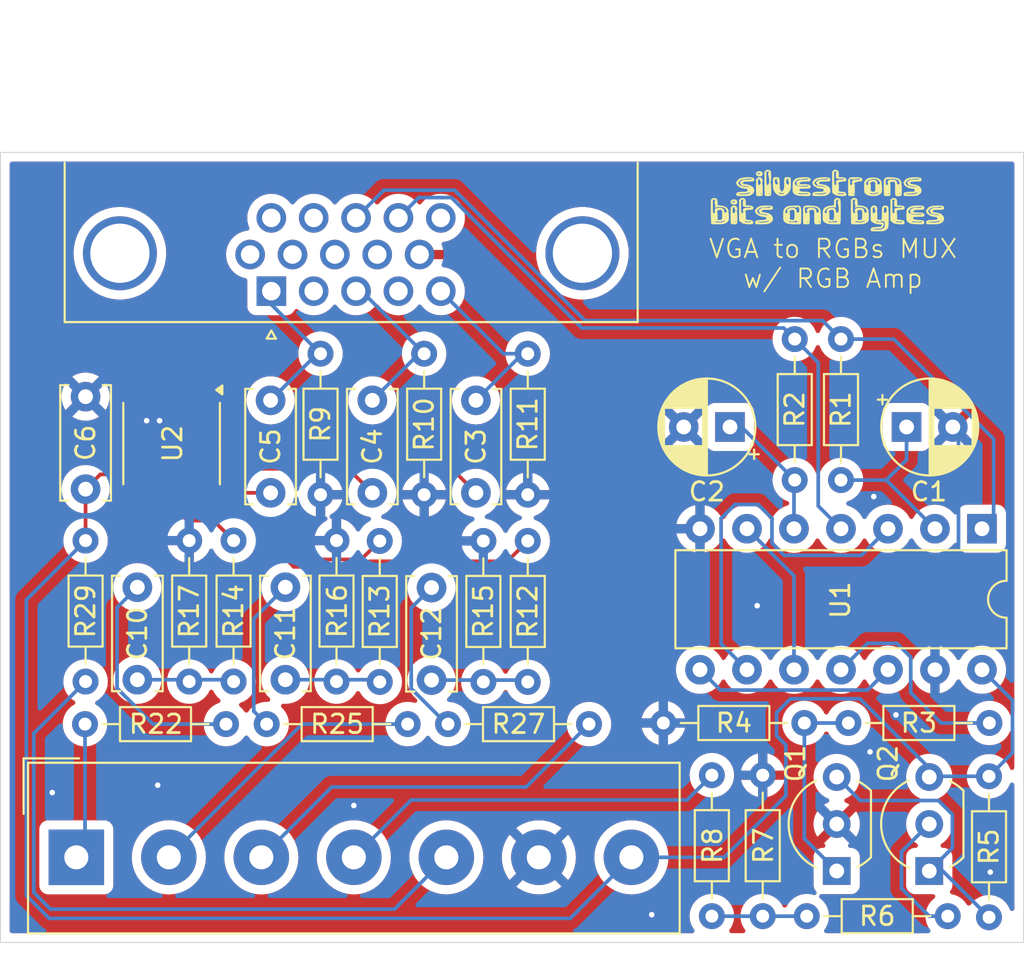
<source format=kicad_pcb>
(kicad_pcb (version 20240108) (generator "pcbnew") (generator_version "8.0")
  (layers (0 "F.Cu" signal) (31 "B.Cu" signal) (34 "B.Paste" user) (35 "F.Paste" user) (36 "B.SilkS" user "B.Silkscreen") (37 "F.SilkS" user "F.Silkscreen") (38 "B.Mask" user) (39 "F.Mask" user) (44 "Edge.Cuts" user))
  (net 0 "")
  (net 1 "GND")
  (net 2 "Net-(C1-Pad1)")
  (net 3 "Net-(C2-Pad1)")
  (net 4 "Net-(C10-Pad2)")
  (net 5 "IN R")
  (net 6 "IN G")
  (net 7 "AMP R")
  (net 8 "IN B")
  (net 9 "AMP G")
  (net 10 "5V")
  (net 11 "Net-(J1-Pin_14)")
  (net 13 "Net-(J1-Pin_13)")
  (net 21 "Net-(Q1-C)")
  (net 22 "Net-(Q1-B)")
  (net 23 "Net-(Q2-E)")
  (net 24 "Net-(R3-Pad1)")
  (net 25 "Net-(R6-Pad2)")
  (net 26 "IN S")
  (net 27 "Net-(U1-Pad10)")
  (net 28 "Net-(U1-Pad12)")
  (net 29 "Net-(U1-Pad3)")
  (net 30 "/rgb mod/OUT B")
  (net 31 "/rgb mod/OUT G")
  (net 32 "/rgb mod/OUT R")
  (net 34 "Net-(C11-Pad2)")
  (net 35 "AMP B")
  (net 36 "Net-(C12-Pad2)")
  (net 37 "/rgb mod/OUT BLK")
  (net 38 "Net-(U2-CH1_OUT)")
  (net 41 "Net-(U2-CH2_OUT)")
  (net 42 "Net-(U2-CH1_IN)")
  (net 44 "Net-(U2-CH2_IN)")
  (net 46 "Net-(U2-CH3_OUT)")
  (net 47 "Net-(U2-CH3_IN)")
  (footprint "Capacitor_THT:C_Disc_D6.0mm_W2.5mm_P5.00mm" (layer "F.Cu") (at 87.8 111.8 90)
    (property "Reference" "C10" (at 2.5 0 -90) (layer "F.SilkS"))
    (property "Value" "100n")
    (pad "1" thru_hole circle (at 0 0 90) (size 1.6 1.6) (drill 0.8) (layers "*.Cu" "*.Mask") (net 7 "AMP R"))
    (pad "2" thru_hole circle (at 5 0 90) (size 1.6 1.6) (drill 0.8) (layers "*.Cu" "*.Mask") (net 4 "Net-(C10-Pad2)"))
  )
  (footprint "Resistor_THT:R_Axial_DIN0204_L3.6mm_D1.6mm_P7.62mm_Horizontal" (layer "F.Cu") (at 104.59 114.2)
    (property "Reference" "R27" (at 3.81 0 0) (layer "F.SilkS"))
    (property "Value" "830")
    (pad "1" thru_hole circle (at 0 0) (size 1.4 1.4) (drill 0.7) (layers "*.Cu" "*.Mask") (net 36 "Net-(C12-Pad2)"))
    (pad "2" thru_hole oval (at 7.62 0) (size 1.4 1.4) (drill 0.7) (layers "*.Cu" "*.Mask") (net 30 "/rgb mod/OUT B"))
  )
  (footprint "Resistor_THT:R_Axial_DIN0204_L3.6mm_D1.6mm_P7.62mm_Horizontal" (layer "F.Cu") (at 97.7 94.18 -90)
    (property "Reference" "R9" (at 3.81 0 90) (layer "F.SilkS"))
    (property "Value" "75")
    (pad "1" thru_hole circle (at 0 0 270) (size 1.4 1.4) (drill 0.7) (layers "*.Cu" "*.Mask") (net 5 "IN R"))
    (pad "2" thru_hole oval (at 7.62 0 270) (size 1.4 1.4) (drill 0.7) (layers "*.Cu" "*.Mask") (net 1 "GND"))
  )
  (footprint "Package_TO_SOT_THT:TO-92_Inline_Wide" (layer "F.Cu") (at 130.6 122.14 90)
    (property "Reference" "Q2" (at 5.809999 -2.23 -90) (layer "F.SilkS"))
    (property "Value" "BC847")
    (pad "1" thru_hole rect (at 0 0 90) (size 1.5 1.5) (drill 0.8) (layers "*.Cu" "*.Mask") (net 21 "Net-(Q1-C)"))
    (pad "2" thru_hole circle (at 2.54 0 90) (size 1.5 1.5) (drill 0.8) (layers "*.Cu" "*.Mask") (net 23 "Net-(Q2-E)"))
    (pad "3" thru_hole circle (at 5.079999 0 90) (size 1.5 1.5) (drill 0.8) (layers "*.Cu" "*.Mask") (net 10 "5V"))
  )
  (footprint "Capacitor_THT:CP_Radial_D5.0mm_P2.50mm" (layer "F.Cu") (at 119.83 98.14 180)
    (property "Reference" "C2" (at 1.25 -3.5 180) (layer "F.SilkS"))
    (property "Value" "22uF")
    (pad "1" thru_hole rect (at 0 0 180) (size 1.6 1.6) (drill 0.8) (layers "*.Cu" "*.Mask") (net 3 "Net-(C2-Pad1)"))
    (pad "2" thru_hole circle (at 2.5 0 180) (size 1.6 1.6) (drill 0.8) (layers "*.Cu" "*.Mask") (net 1 "GND"))
  )
  (footprint "Resistor_THT:R_Axial_DIN0204_L3.6mm_D1.6mm_P7.62mm_Horizontal" (layer "F.Cu") (at 133.85 114.14 180)
    (property "Reference" "R3" (at 3.81 0 180) (layer "F.SilkS"))
    (property "Value" "1k8")
    (pad "1" thru_hole circle (at 0 0 180) (size 1.4 1.4) (drill 0.7) (layers "*.Cu" "*.Mask") (net 24 "Net-(R3-Pad1)"))
    (pad "2" thru_hole oval (at 7.62 0 180) (size 1.4 1.4) (drill 0.7) (layers "*.Cu" "*.Mask") (net 22 "Net-(Q1-B)"))
  )
  (footprint "Resistor_THT:R_Axial_DIN0204_L3.6mm_D1.6mm_P7.62mm_Horizontal" (layer "F.Cu") (at 108.9 94.18 -90)
    (property "Reference" "R11" (at 3.81 0 90) (layer "F.SilkS"))
    (property "Value" "75")
    (pad "1" thru_hole circle (at 0 0 270) (size 1.4 1.4) (drill 0.7) (layers "*.Cu" "*.Mask") (net 8 "IN B"))
    (pad "2" thru_hole oval (at 7.62 0 270) (size 1.4 1.4) (drill 0.7) (layers "*.Cu" "*.Mask") (net 1 "GND"))
  )
  (footprint "Resistor_THT:R_Axial_DIN0204_L3.6mm_D1.6mm_P7.62mm_Horizontal" (layer "F.Cu") (at 133.83 117.02 -90)
    (property "Reference" "R5" (at 3.81 0 90) (layer "F.SilkS"))
    (property "Value" "2k7")
    (pad "1" thru_hole circle (at 0 0 270) (size 1.4 1.4) (drill 0.7) (layers "*.Cu" "*.Mask") (net 10 "5V"))
    (pad "2" thru_hole oval (at 7.62 0 270) (size 1.4 1.4) (drill 0.7) (layers "*.Cu" "*.Mask") (net 21 "Net-(Q1-C)"))
  )
  (footprint "Resistor_THT:R_Axial_DIN0204_L3.6mm_D1.6mm_P7.62mm_Horizontal" (layer "F.Cu") (at 103.3 94.18 -90)
    (property "Reference" "R10" (at 3.82 0 90) (layer "F.SilkS"))
    (property "Value" "75")
    (pad "1" thru_hole circle (at 0 0 270) (size 1.4 1.4) (drill 0.7) (layers "*.Cu" "*.Mask") (net 6 "IN G"))
    (pad "2" thru_hole oval (at 7.62 0 270) (size 1.4 1.4) (drill 0.7) (layers "*.Cu" "*.Mask") (net 1 "GND"))
  )
  (footprint "Resistor_THT:R_Axial_DIN0204_L3.6mm_D1.6mm_P7.62mm_Horizontal" (layer "F.Cu") (at 123.85 114.14 180)
    (property "Reference" "R4" (at 3.81 0 180) (layer "F.SilkS"))
    (property "Value" "1k8")
    (pad "1" thru_hole circle (at 0 0 180) (size 1.4 1.4) (drill 0.7) (layers "*.Cu" "*.Mask") (net 22 "Net-(Q1-B)"))
    (pad "2" thru_hole oval (at 7.62 0 180) (size 1.4 1.4) (drill 0.7) (layers "*.Cu" "*.Mask") (net 1 "GND"))
  )
  (footprint "Resistor_THT:R_Axial_DIN0204_L3.6mm_D1.6mm_P7.62mm_Horizontal" (layer "F.Cu") (at 90.6 111.9 90)
    (property "Reference" "R17" (at 3.8 0 -90) (layer "F.SilkS"))
    (property "Value" "75")
    (pad "1" thru_hole circle (at 0 0 90) (size 1.4 1.4) (drill 0.7) (layers "*.Cu" "*.Mask") (net 7 "AMP R"))
    (pad "2" thru_hole oval (at 7.62 0 90) (size 1.4 1.4) (drill 0.7) (layers "*.Cu" "*.Mask") (net 1 "GND"))
  )
  (footprint "Capacitor_THT:C_Disc_D6.0mm_W2.5mm_P5.00mm" (layer "F.Cu") (at 85 96.5 -90)
    (property "Reference" "C6" (at 2.5 0 90) (layer "F.SilkS"))
    (property "Value" "100n")
    (pad "1" thru_hole circle (at 0 0 270) (size 1.6 1.6) (drill 0.8) (layers "*.Cu" "*.Mask") (net 1 "GND"))
    (pad "2" thru_hole circle (at 5 0 270) (size 1.6 1.6) (drill 0.8) (layers "*.Cu" "*.Mask") (net 10 "5V"))
  )
  (footprint "Resistor_THT:R_Axial_DIN0204_L3.6mm_D1.6mm_P7.62mm_Horizontal" (layer "F.Cu") (at 123.33 93.39 -90)
    (property "Reference" "R2" (at 3.81 0 90) (layer "F.SilkS"))
    (property "Value" "2k2")
    (pad "1" thru_hole circle (at 0 0 270) (size 1.4 1.4) (drill 0.7) (layers "*.Cu" "*.Mask") (net 11 "Net-(J1-Pin_14)"))
    (pad "2" thru_hole oval (at 7.62 0 270) (size 1.4 1.4) (drill 0.7) (layers "*.Cu" "*.Mask") (net 3 "Net-(C2-Pad1)"))
  )
  (footprint "Capacitor_THT:C_Disc_D6.0mm_W2.5mm_P5.00mm" (layer "F.Cu") (at 106.1 96.7 -90)
    (property "Reference" "C3" (at 2.5 0 90) (layer "F.SilkS"))
    (property "Value" "100n")
    (pad "1" thru_hole circle (at 0 0 270) (size 1.6 1.6) (drill 0.8) (layers "*.Cu" "*.Mask") (net 8 "IN B"))
    (pad "2" thru_hole circle (at 5 0 270) (size 1.6 1.6) (drill 0.8) (layers "*.Cu" "*.Mask") (net 42 "Net-(U2-CH1_IN)"))
  )
  (footprint "Package_TO_SOT_THT:TO-92_Inline_Wide" (layer "F.Cu") (at 125.6 122.14 90)
    (property "Reference" "Q1" (at 5.809999 -2.23 -90) (layer "F.SilkS"))
    (property "Value" "BC847")
    (pad "1" thru_hole rect (at 0 0 90) (size 1.5 1.5) (drill 0.8) (layers "*.Cu" "*.Mask") (net 22 "Net-(Q1-B)"))
    (pad "2" thru_hole circle (at 2.54 0 90) (size 1.5 1.5) (drill 0.8) (layers "*.Cu" "*.Mask") (net 1 "GND"))
    (pad "3" thru_hole circle (at 5.079999 0 90) (size 1.5 1.5) (drill 0.8) (layers "*.Cu" "*.Mask") (net 21 "Net-(Q1-C)"))
  )
  (footprint "Resistor_THT:R_Axial_DIN0204_L3.6mm_D1.6mm_P7.62mm_Horizontal" (layer "F.Cu") (at 106.5 111.92 90)
    (property "Reference" "R15" (at 3.82 0 -90) (layer "F.SilkS"))
    (property "Value" "75")
    (pad "1" thru_hole circle (at 0 0 90) (size 1.4 1.4) (drill 0.7) (layers "*.Cu" "*.Mask") (net 35 "AMP B"))
    (pad "2" thru_hole oval (at 7.62 0 90) (size 1.4 1.4) (drill 0.7) (layers "*.Cu" "*.Mask") (net 1 "GND"))
  )
  (footprint "Resistor_THT:R_Axial_DIN0204_L3.6mm_D1.6mm_P7.62mm_Horizontal" (layer "F.Cu") (at 108.9 111.92 90)
    (property "Reference" "R12" (at 3.81 0 -90) (layer "F.SilkS"))
    (property "Value" "75")
    (pad "1" thru_hole circle (at 0 0 90) (size 1.4 1.4) (drill 0.7) (layers "*.Cu" "*.Mask") (net 35 "AMP B"))
    (pad "2" thru_hole oval (at 7.62 0 90) (size 1.4 1.4) (drill 0.7) (layers "*.Cu" "*.Mask") (net 38 "Net-(U2-CH1_OUT)"))
  )
  (footprint "Capacitor_THT:C_Disc_D6.0mm_W2.5mm_P5.00mm" (layer "F.Cu") (at 103.7 111.82 90)
    (property "Reference" "C12" (at 2.5 0 -90) (layer "F.SilkS"))
    (property "Value" "100n")
    (pad "1" thru_hole circle (at 0 0 90) (size 1.6 1.6) (drill 0.8) (layers "*.Cu" "*.Mask") (net 35 "AMP B"))
    (pad "2" thru_hole circle (at 5 0 90) (size 1.6 1.6) (drill 0.8) (layers "*.Cu" "*.Mask") (net 36 "Net-(C12-Pad2)"))
  )
  (footprint "Resistor_THT:R_Axial_DIN0204_L3.6mm_D1.6mm_P7.62mm_Horizontal" (layer "F.Cu") (at 121.6 124.580001 90)
    (property "Reference" "R7" (at 3.81 0.04 -90) (layer "F.SilkS"))
    (property "Value" "47")
    (pad "1" thru_hole circle (at 0 0 90) (size 1.4 1.4) (drill 0.7) (layers "*.Cu" "*.Mask") (net 25 "Net-(R6-Pad2)"))
    (pad "2" thru_hole oval (at 7.62 0 90) (size 1.4 1.4) (drill 0.7) (layers "*.Cu" "*.Mask") (net 1 "GND"))
  )
  (footprint "Resistor_THT:R_Axial_DIN0204_L3.6mm_D1.6mm_P7.62mm_Horizontal" (layer "F.Cu") (at 100.9 111.92 90)
    (property "Reference" "R13" (at 3.81 0 -90) (layer "F.SilkS"))
    (property "Value" "75")
    (pad "1" thru_hole circle (at 0 0 90) (size 1.4 1.4) (drill 0.7) (layers "*.Cu" "*.Mask") (net 9 "AMP G"))
    (pad "2" thru_hole oval (at 7.62 0 90) (size 1.4 1.4) (drill 0.7) (layers "*.Cu" "*.Mask") (net 41 "Net-(U2-CH2_OUT)"))
  )
  (footprint "Resistor_THT:R_Axial_DIN0204_L3.6mm_D1.6mm_P7.62mm_Horizontal" (layer "F.Cu") (at 125.83 93.39 -90)
    (property "Reference" "R1" (at 3.81 0 90) (layer "F.SilkS"))
    (property "Value" "2k2")
    (pad "1" thru_hole circle (at 0 0 270) (size 1.4 1.4) (drill 0.7) (layers "*.Cu" "*.Mask") (net 13 "Net-(J1-Pin_13)"))
    (pad "2" thru_hole oval (at 7.62 0 270) (size 1.4 1.4) (drill 0.7) (layers "*.Cu" "*.Mask") (net 2 "Net-(C1-Pad1)"))
  )
  (footprint "Resistor_THT:R_Axial_DIN0204_L3.6mm_D1.6mm_P7.62mm_Horizontal" (layer "F.Cu") (at 131.6 124.580001 180)
    (property "Reference" "R6" (at 3.81 0 180) (layer "F.SilkS"))
    (property "Value" "47")
    (pad "1" thru_hole circle (at 0 0 180) (size 1.4 1.4) (drill 0.7) (layers "*.Cu" "*.Mask") (net 23 "Net-(Q2-E)"))
    (pad "2" thru_hole oval (at 7.62 0 180) (size 1.4 1.4) (drill 0.7) (layers "*.Cu" "*.Mask") (net 25 "Net-(R6-Pad2)"))
  )
  (footprint "Resistor_THT:R_Axial_DIN0204_L3.6mm_D1.6mm_P7.62mm_Horizontal" (layer "F.Cu") (at 93 104.28 -90)
    (property "Reference" "R14" (at 3.81 0 90) (layer "F.SilkS"))
    (property "Value" "75")
    (pad "1" thru_hole circle (at 0 0 270) (size 1.4 1.4) (drill 0.7) (layers "*.Cu" "*.Mask") (net 46 "Net-(U2-CH3_OUT)"))
    (pad "2" thru_hole oval (at 7.62 0 270) (size 1.4 1.4) (drill 0.7) (layers "*.Cu" "*.Mask") (net 7 "AMP R"))
  )
  (footprint "Resistor_THT:R_Axial_DIN0204_L3.6mm_D1.6mm_P7.62mm_Horizontal" (layer "F.Cu") (at 94.79 114.2)
    (property "Reference" "R25" (at 3.81 0 0) (layer "F.SilkS"))
    (property "Value" "830")
    (pad "1" thru_hole circle (at 0 0) (size 1.4 1.4) (drill 0.7) (layers "*.Cu" "*.Mask") (net 34 "Net-(C11-Pad2)"))
    (pad "2" thru_hole oval (at 7.62 0) (size 1.4 1.4) (drill 0.7) (layers "*.Cu" "*.Mask") (net 31 "/rgb mod/OUT G"))
  )
  (footprint "KiCad Components:sbab-text-logo-tiny" (layer "F.Cu") (at 124.846 86.014897)
    (property "Reference" "G***" (hide yes))
    (property "Value" "LOGO" (hide yes))
  )
  (footprint "Connector_Dsub:DSUB-15-HD_Female_Horizontal_P2.29x1.98mm_EdgePinOffset3.03mm_Housed_MountingHolesOffset4.94mm" (layer "F.Cu") (at 95.04 90.8 180)
    (property "Reference" "J1" (hide yes))
    (property "Value" "VGA")
    (pad "0" thru_hole circle (at -16.815 2.049999 180) (size 4 4) (drill 3.2) (layers "*.Cu" "*.Mask"))
    (pad "0" thru_hole circle (at 8.185 2.05 180) (size 4 4) (drill 3.2) (layers "*.Cu" "*.Mask"))
    (pad "1" thru_hole rect (at 0 0 180) (size 1.6 1.6) (drill 1) (layers "*.Cu" "*.Mask") (net 5 "IN R"))
    (pad "2" thru_hole circle (at -2.290001 0 180) (size 1.6 1.6) (drill 1) (layers "*.Cu" "*.Mask"))
    (pad "3" thru_hole circle (at -4.58 0 180) (size 1.6 1.6) (drill 1) (layers "*.Cu" "*.Mask") (net 6 "IN G"))
    (pad "4" thru_hole circle (at -6.870001 0 180) (size 1.6 1.6) (drill 1) (layers "*.Cu" "*.Mask"))
    (pad "5" thru_hole circle (at -9.16 0 180) (size 1.6 1.6) (drill 1) (layers "*.Cu" "*.Mask") (net 8 "IN B"))
    (pad "6" thru_hole circle (at 1.145 1.98 180) (size 1.6 1.6) (drill 1) (layers "*.Cu" "*.Mask"))
    (pad "7" thru_hole circle (at -1.145 1.98 180) (size 1.6 1.6) (drill 1) (layers "*.Cu" "*.Mask"))
    (pad "8" thru_hole circle (at -3.435 1.98 180) (size 1.6 1.6) (drill 1) (layers "*.Cu" "*.Mask"))
    (pad "9" thru_hole circle (at -5.725 1.98 180) (size 1.6 1.6) (drill 1) (layers "*.Cu" "*.Mask"))
    (pad "10" thru_hole circle (at -8.015 1.98 180) (size 1.6 1.6) (drill 1) (layers "*.Cu" "*.Mask") (net 1 "GND"))
    (pad "11" thru_hole circle (at 0 3.96 180) (size 1.6 1.6) (drill 1) (layers "*.Cu" "*.Mask"))
    (pad "12" thru_hole circle (at -2.29 3.96 180) (size 1.6 1.6) (drill 1) (layers "*.Cu" "*.Mask"))
    (pad "13" thru_hole circle (at -4.58 3.96 180) (size 1.6 1.6) (drill 1) (layers "*.Cu" "*.Mask") (net 13 "Net-(J1-Pin_13)"))
    (pad "14" thru_hole circle (at -6.87 3.96 180) (size 1.6 1.6) (drill 1) (layers "*.Cu" "*.Mask") (net 11 "Net-(J1-Pin_14)"))
    (pad "15" thru_hole circle (at -9.16 3.96 180) (size 1.6 1.6) (drill 1) (layers "*.Cu" "*.Mask"))
  )
  (footprint "Resistor_THT:R_Axial_DIN0204_L3.6mm_D1.6mm_P7.62mm_Horizontal" (layer "F.Cu") (at 92.59 114.2 180)
    (property "Reference" "R22" (at 3.79 0 180) (layer "F.SilkS"))
    (property "Value" "830")
    (pad "1" thru_hole circle (at 0 0 180) (size 1.4 1.4) (drill 0.7) (layers "*.Cu" "*.Mask") (net 4 "Net-(C10-Pad2)"))
    (pad "2" thru_hole oval (at 7.62 0 180) (size 1.4 1.4) (drill 0.7) (layers "*.Cu" "*.Mask") (net 32 "/rgb mod/OUT R"))
  )
  (footprint "Resistor_THT:R_Axial_DIN0204_L3.6mm_D1.6mm_P7.62mm_Horizontal" (layer "F.Cu") (at 118.85 116.960001 -90)
    (property "Reference" "R8" (at 3.81 -0.04 90) (layer "F.SilkS"))
    (property "Value" "47")
    (pad "1" thru_hole circle (at 0 0 270) (size 1.4 1.4) (drill 0.7) (layers "*.Cu" "*.Mask") (net 26 "IN S"))
    (pad "2" thru_hole oval (at 7.62 0 270) (size 1.4 1.4) (drill 0.7) (layers "*.Cu" "*.Mask") (net 25 "Net-(R6-Pad2)"))
  )
  (footprint "Capacitor_THT:C_Disc_D6.0mm_W2.5mm_P5.00mm" (layer "F.Cu") (at 95 96.7 -90)
    (property "Reference" "C5" (at 2.5 0 90) (layer "F.SilkS"))
    (property "Value" "100n")
    (pad "1" thru_hole circle (at 0 0 270) (size 1.6 1.6) (drill 0.8) (layers "*.Cu" "*.Mask") (net 5 "IN R"))
    (pad "2" thru_hole circle (at 5 0 270) (size 1.6 1.6) (drill 0.8) (layers "*.Cu" "*.Mask") (net 47 "Net-(U2-CH3_IN)"))
  )
  (footprint "Resistor_THT:R_Axial_DIN0204_L3.6mm_D1.6mm_P7.62mm_Horizontal" (layer "F.Cu") (at 85 104.28 -90)
    (property "Reference" "R29" (at 3.82 0 90) (layer "F.SilkS"))
    (property "Value" "1k0")
    (pad "1" thru_hole circle (at 0 0 270) (size 1.4 1.4) (drill 0.7) (layers "*.Cu" "*.Mask") (net 10 "5V"))
    (pad "2" thru_hole oval (at 7.62 0 270) (size 1.4 1.4) (drill 0.7) (layers "*.Cu" "*.Mask") (net 37 "/rgb mod/OUT BLK"))
  )
  (footprint "Package_DIP:DIP-14_W7.62mm" (layer "F.Cu") (at 133.45 103.64 -90)
    (property "Reference" "U1" (at 3.86 7.65 90) (layer "F.SilkS"))
    (property "Value" "74LS86")
    (pad "1" thru_hole rect (at 0 0 270) (size 1.6 1.6) (drill 0.8) (layers "*.Cu" "*.Mask") (net 13 "Net-(J1-Pin_13)"))
    (pad "2" thru_hole oval (at 0 2.54 270) (size 1.6 1.6) (drill 0.8) (layers "*.Cu" "*.Mask") (net 2 "Net-(C1-Pad1)"))
    (pad "3" thru_hole oval (at 0 5.079999 270) (size 1.6 1.6) (drill 0.8) (layers "*.Cu" "*.Mask") (net 29 "Net-(U1-Pad3)"))
    (pad "4" thru_hole oval (at 0 7.62 270) (size 1.6 1.6) (drill 0.8) (layers "*.Cu" "*.Mask") (net 11 "Net-(J1-Pin_14)"))
    (pad "5" thru_hole oval (at 0 10.16 270) (size 1.6 1.6) (drill 0.8) (layers "*.Cu" "*.Mask") (net 3 "Net-(C2-Pad1)"))
    (pad "6" thru_hole oval (at 0 12.7 270) (size 1.6 1.6) (drill 0.8) (layers "*.Cu" "*.Mask") (net 27 "Net-(U1-Pad10)"))
    (pad "7" thru_hole oval (at 0 15.24 270) (size 1.6 1.6) (drill 0.8) (layers "*.Cu" "*.Mask") (net 1 "GND"))
    (pad "8" thru_hole oval (at 7.62 15.24 270) (size 1.6 1.6) (drill 0.8) (layers "*.Cu" "*.Mask") (net 28 "Net-(U1-Pad12)"))
    (pad "9" thru_hole oval (at 7.62 12.7 270) (size 1.6 1.6) (drill 0.8) (layers "*.Cu" "*.Mask") (net 29 "Net-(U1-Pad3)"))
    (pad "10" thru_hole oval (at 7.62 10.16 270) (size 1.6 1.6) (drill 0.8) (layers "*.Cu" "*.Mask") (net 27 "Net-(U1-Pad10)"))
    (pad "11" thru_hole oval (at 7.62 7.62 270) (size 1.6 1.6) (drill 0.8) (layers "*.Cu" "*.Mask") (net 24 "Net-(R3-Pad1)"))
    (pad "12" thru_hole oval (at 7.62 5.08 270) (size 1.6 1.6) (drill 0.8) (layers "*.Cu" "*.Mask") (net 28 "Net-(U1-Pad12)"))
    (pad "13" thru_hole oval (at 7.62 2.54 270) (size 1.6 1.6) (drill 0.8) (layers "*.Cu" "*.Mask") (net 1 "GND"))
    (pad "14" thru_hole oval (at 7.62 0 270) (size 1.6 1.6) (drill 0.8) (layers "*.Cu" "*.Mask") (net 10 "5V"))
  )
  (footprint "Package_SO:TSSOP-14_4.4x5mm_P0.65mm" (layer "F.Cu") (at 89.65 99.0375 -90)
    (property "Reference" "U2" (at 0 -0.05 90) (layer "F.SilkS"))
    (property "Value" "THS7375")
    (pad "1" smd roundrect (at -2.8625 -1.95 270) (size 1.475 0.4) (layers "F.Cu" "F.Paste" "F.Mask") (net 42 "Net-(U2-CH1_IN)"))
    (pad "2" smd roundrect (at -2.8625 -1.3 270) (size 1.475 0.4) (layers "F.Cu" "F.Paste" "F.Mask") (net 44 "Net-(U2-CH2_IN)"))
    (pad "3" smd roundrect (at -2.8625 -0.65 270) (size 1.475 0.4) (layers "F.Cu" "F.Paste" "F.Mask") (net 47 "Net-(U2-CH3_IN)"))
    (pad "4" smd roundrect (at -2.8625 0 270) (size 1.475 0.4) (layers "F.Cu" "F.Paste" "F.Mask"))
    (pad "5" smd roundrect (at -2.8625 0.65 270) (size 1.475 0.4) (layers "F.Cu" "F.Paste" "F.Mask") (net 1 "GND"))
    (pad "6" smd roundrect (at -2.8625 1.3 270) (size 1.475 0.4) (layers "F.Cu" "F.Paste" "F.Mask") (net 1 "GND"))
    (pad "7" smd roundrect (at -2.8625 1.95 270) (size 1.475 0.4) (layers "F.Cu" "F.Paste" "F.Mask"))
    (pad "8" smd roundrect (at 2.8625 1.95 270) (size 1.475 0.4) (layers "F.Cu" "F.Paste" "F.Mask"))
    (pad "9" smd roundrect (at 2.8625 1.3 270) (size 1.475 0.4) (layers "F.Cu" "F.Paste" "F.Mask") (net 10 "5V"))
    (pad "10" smd roundrect (at 2.8625 0.65 270) (size 1.475 0.4) (layers "F.Cu" "F.Paste" "F.Mask") (net 10 "5V"))
    (pad "11" smd roundrect (at 2.8625 0 270) (size 1.475 0.4) (layers "F.Cu" "F.Paste" "F.Mask"))
    (pad "12" smd roundrect (at 2.8625 -0.65 270) (size 1.475 0.4) (layers "F.Cu" "F.Paste" "F.Mask") (net 46 "Net-(U2-CH3_OUT)"))
    (pad "13" smd roundrect (at 2.8625 -1.3 270) (size 1.475 0.4) (layers "F.Cu" "F.Paste" "F.Mask") (net 41 "Net-(U2-CH2_OUT)"))
    (pad "14" smd roundrect (at 2.8625 -1.95 270) (size 1.475 0.4) (layers "F.Cu" "F.Paste" "F.Mask") (net 38 "Net-(U2-CH1_OUT)"))
  )
  (footprint "TerminalBlock_Altech:Altech_AK100_1x07_P5.00mm" (layer "F.Cu") (at 84.5 121.4)
    (property "Reference" "J6" (hide yes))
    (property "Value" "Term")
    (pad "1" thru_hole rect (at 0 0) (size 3 3) (drill 1.3) (layers "*.Cu" "*.Mask") (net 32 "/rgb mod/OUT R"))
    (pad "2" thru_hole circle (at 5 0) (size 3 3) (drill 1.3) (layers "*.Cu" "*.Mask") (net 31 "/rgb mod/OUT G"))
    (pad "3" thru_hole circle (at 10 0) (size 3 3) (drill 1.3) (layers "*.Cu" "*.Mask") (net 30 "/rgb mod/OUT B"))
    (pad "4" thru_hole circle (at 15 0) (size 3 3) (drill 1.3) (layers "*.Cu" "*.Mask") (net 26 "IN S"))
    (pad "5" thru_hole circle (at 20 0) (size 3 3) (drill 1.3) (layers "*.Cu" "*.Mask") (net 37 "/rgb mod/OUT BLK"))
    (pad "6" thru_hole circle (at 25 0) (size 3 3) (drill 1.3) (layers "*.Cu" "*.Mask") (net 1 "GND"))
    (pad "7" thru_hole circle (at 30 0) (size 3 3) (drill 1.3) (layers "*.Cu" "*.Mask") (net 10 "5V"))
  )
  (footprint "Capacitor_THT:C_Disc_D6.0mm_W2.5mm_P5.00mm" (layer "F.Cu") (at 95.8 111.8 90)
    (property "Reference" "C11" (at 2.5 0 -90) (layer "F.SilkS"))
    (property "Value" "100n")
    (pad "1" thru_hole circle (at 0 0 90) (size 1.6 1.6) (drill 0.8) (layers "*.Cu" "*.Mask") (net 9 "AMP G"))
    (pad "2" thru_hole circle (at 5 0 90) (size 1.6 1.6) (drill 0.8) (layers "*.Cu" "*.Mask") (net 34 "Net-(C11-Pad2)"))
  )
  (footprint "Resistor_THT:R_Axial_DIN0204_L3.6mm_D1.6mm_P7.62mm_Horizontal" (layer "F.Cu") (at 98.5625 111.9 90)
    (property "Reference" "R16" (at 3.81 0.0375 -90) (layer "F.SilkS"))
    (property "Value" "75")
    (pad "1" thru_hole circle (at 0 0 90) (size 1.4 1.4) (drill 0.7) (layers "*.Cu" "*.Mask") (net 9 "AMP G"))
    (pad "2" thru_hole oval (at 7.62 0 90) (size 1.4 1.4) (drill 0.7) (layers "*.Cu" "*.Mask") (net 1 "GND"))
  )
  (footprint "Capacitor_THT:CP_Radial_D5.0mm_P2.50mm" (layer "F.Cu") (at 129.374887 98.14)
    (property "Reference" "C1" (at 1.205113 3.5 0) (layer "F.SilkS"))
    (property "Value" "22uF")
    (pad "1" thru_hole rect (at 0 0) (size 1.6 1.6) (drill 0.8) (layers "*.Cu" "*.Mask") (net 2 "Net-(C1-Pad1)"))
    (pad "2" thru_hole circle (at 2.5 0) (size 1.6 1.6) (drill 0.8) (layers "*.Cu" "*.Mask") (net 1 "GND"))
  )
  (footprint "Capacitor_THT:C_Disc_D6.0mm_W2.5mm_P5.00mm" (layer "F.Cu") (at 100.5 96.7 -90)
    (property "Reference" "C4" (at 2.5 0 90) (layer "F.SilkS"))
    (property "Value" "100n")
    (pad "1" thru_hole circle (at 0 0 270) (size 1.6 1.6) (drill 0.8) (layers "*.Cu" "*.Mask") (net 6 "IN G"))
    (pad "2" thru_hole circle (at 5 0 270) (size 1.6 1.6) (drill 0.8) (layers "*.Cu" "*.Mask") (net 44 "Net-(U2-CH2_IN)"))
  )
  (gr_rect (start 80.4 83.3) (end 135.7 126) (stroke (width 0.05)) (fill none) (layer "Edge.Cuts"))
  (gr_text "VGA to RGBs MUX\nw/ RGB Amp" (at 125.4 90.7 0) (layer "F.SilkS") (effects (font (size 1 1) (thickness 0.1)) (justify bottom)))
  (segment (start 89 97.8) (end 89 97.4) (width 0.2) (layer "F.Cu") (net 1))
  (segment (start 103.055 88.82) (end 108.01 88.82) (width 0.5) (layer "F.Cu") (net 1))
  (segment (start 89 96.175) (end 89 96.5) (width 0.2) (layer "F.Cu") (net 1))
  (segment (start 88.3 97.8) (end 88.35 97.85) (width 0.2) (layer "F.Cu") (net 1))
  (segment (start 89 96.5) (end 89 97.8) (width 0.2) (layer "F.Cu") (net 1))
  (segment (start 88.35 96.175) (end 88.3 97.8) (width 0.2) (layer "F.Cu") (net 1))
  (segment (start 89 96.175) (end 89 94.8) (width 0.2) (layer "F.Cu") (net 1))
  (segment (start 108.01 88.82) (end 117.33 98.14) (width 0.5) (layer "F.Cu") (net 1))
  (segment (start 88.35 97.85) (end 88.1 98.1) (width 0.2) (layer "F.Cu") (net 1))
  (segment (start 88.35 96.175) (end 88.35 94.65) (width 0.2) (layer "F.Cu") (net 1))
  (segment (start 88.35 94.65) (end 88.3 94.6) (width 0.2) (layer "F.Cu") (net 1))
  (via (at 115.6 124.5) (size 0.6) (drill 0.3) (layers "F.Cu" "B.Cu") (net 1))
  (via (at 89 97.8) (size 0.6) (drill 0.3) (layers "F.Cu" "B.Cu") (net 1))
  (via (at 88.9 117.5) (size 0.6) (drill 0.3) (layers "F.Cu" "B.Cu") (net 1))
  (via (at 127.4 115.7) (size 0.6) (drill 0.3) (layers "F.Cu" "B.Cu") (net 1))
  (via (at 133.9 122.2) (size 0.6) (drill 0.3) (layers "F.Cu" "B.Cu") (net 1))
  (via (at 127.6 101.9) (size 0.6) (drill 0.3) (layers "F.Cu" "B.Cu") (net 1))
  (via (at 83.2 117.9) (size 0.6) (drill 0.3) (layers "F.Cu" "B.Cu") (net 1))
  (via (at 121.3 107.8) (size 0.6) (drill 0.3) (layers "F.Cu" "B.Cu") (net 1))
  (via (at 128.8 113.7) (size 0.6) (drill 0.3) (layers "F.Cu" "B.Cu") (net 1))
  (via (at 88.3 97.8) (size 0.6) (drill 0.3) (layers "F.Cu" "B.Cu") (net 1))
  (via (at 99.5 118.6) (size 0.6) (drill 0.3) (layers "F.Cu" "B.Cu") (net 1))
  (segment (start 116.530001 97.340001) (end 117.33 98.14) (width 0.2) (layer "B.Cu") (net 1))
  (segment (start 132.179999 108.290001) (end 132.179999 98.445112) (width 0.2) (layer "B.Cu") (net 1))
  (segment (start 130.91 109.56) (end 132.179999 108.290001) (width 0.2) (layer "B.Cu") (net 1))
  (segment (start 132.179999 98.445112) (end 131.874887 98.14) (width 0.2) (layer "B.Cu") (net 1))
  (segment (start 130.91 111.26) (end 130.91 109.56) (width 0.2) (layer "B.Cu") (net 1))
  (segment (start 129.374887 99.915113) (end 128.28 101.01) (width 0.2) (layer "B.Cu") (net 2))
  (segment (start 128.28 101.01) (end 130.91 103.64) (width 0.2) (layer "B.Cu") (net 2))
  (segment (start 129.374887 98.14) (end 129.374887 99.915113) (width 0.2) (layer "B.Cu") (net 2))
  (segment (start 125.83 101.01) (end 128.28 101.01) (width 0.2) (layer "B.Cu") (net 2))
  (segment (start 123.33 101.01) (end 123.29 101.05) (width 0.2) (layer "B.Cu") (net 3))
  (segment (start 123.29 101.05) (end 123.29 103.64) (width 0.2) (layer "B.Cu") (net 3))
  (segment (start 119.83 98.14) (end 120.46 98.14) (width 0.2) (layer "B.Cu") (net 3))
  (segment (start 120.46 98.14) (end 123.33 101.01) (width 0.2) (layer "B.Cu") (net 3))
  (segment (start 88.644365 114.2) (end 86.7 112.255635) (width 0.2) (layer "B.Cu") (net 4))
  (segment (start 86.7 112.255635) (end 86.7 107.9) (width 0.2) (layer "B.Cu") (net 4))
  (segment (start 86.7 107.9) (end 87.8 106.8) (width 0.2) (layer "B.Cu") (net 4))
  (segment (start 92.59 114.2) (end 88.644365 114.2) (width 0.2) (layer "B.Cu") (net 4))
  (segment (start 97.7 94.18) (end 95.04 91.52) (width 0.2) (layer "B.Cu") (net 5))
  (segment (start 95 96.7) (end 97.52 94.18) (width 0.2) (layer "B.Cu") (net 5))
  (segment (start 97.52 94.18) (end 97.7 94.18) (width 0.2) (layer "B.Cu") (net 5))
  (segment (start 95.04 91.52) (end 95.04 90.8) (width 0.2) (layer "B.Cu") (net 5))
  (segment (start 103.02 94.18) (end 103.3 94.18) (width 0.2) (layer "B.Cu") (net 6))
  (segment (start 103.3 94.18) (end 99.92 90.8) (width 0.2) (layer "B.Cu") (net 6))
  (segment (start 99.92 90.8) (end 99.62 90.8) (width 0.2) (layer "B.Cu") (net 6))
  (segment (start 100.5 96.7) (end 103.02 94.18) (width 0.2) (layer "B.Cu") (net 6))
  (segment (start 92.9 111.8) (end 93 111.9) (width 0.2) (layer "B.Cu") (net 7))
  (segment (start 87.8 111.8) (end 92.9 111.8) (width 0.2) (layer "B.Cu") (net 7))
  (segment (start 108.9 94.18) (end 107.58 94.18) (width 0.2) (layer "B.Cu") (net 8))
  (segment (start 108.62 94.18) (end 108.9 94.18) (width 0.2) (layer "B.Cu") (net 8))
  (segment (start 107.58 94.18) (end 104.2 90.8) (width 0.2) (layer "B.Cu") (net 8))
  (segment (start 106.1 96.7) (end 108.62 94.18) (width 0.2) (layer "B.Cu") (net 8))
  (segment (start 100.78 111.8) (end 100.9 111.92) (width 0.2) (layer "B.Cu") (net 9))
  (segment (start 95.8 111.8) (end 100.78 111.8) (width 0.2) (layer "B.Cu") (net 9))
  (segment (start 88.9 100.7) (end 89 100.8) (width 0.2) (layer "F.Cu") (net 10))
  (segment (start 89 100.8) (end 89 101.9) (width 0.2) (layer "F.Cu") (net 10))
  (segment (start 85 101.5) (end 85.799999 100.700001) (width 0.2) (layer "F.Cu") (net 10))
  (segment (start 88.35 101.9) (end 88.35 100.85) (width 0.2) (layer "F.Cu") (net 10))
  (segment (start 88.35 101.9) (end 88.35 100.75) (width 0.2) (layer "F.Cu") (net 10))
  (segment (start 88.35 100.75) (end 88.4 100.7) (width 0.2) (layer "F.Cu") (net 10))
  (segment (start 85.799999 100.700001) (end 88.9 100.7) (width 0.2) (layer "F.Cu") (net 10))
  (segment (start 85 104.28) (end 85 101.5) (width 0.2) (layer "F.Cu") (net 10))
  (segment (start 81.8 107.48) (end 85 104.28) (width 0.2) (layer "B.Cu") (net 10))
  (segment (start 122.35 113.580001) (end 122.35 114.830001) (width 0.2) (layer "B.Cu") (net 10))
  (segment (start 123.1 112.830001) (end 122.35 113.580001) (width 0.2) (layer "B.Cu") (net 10))
  (segment (start 119.520306 121.4) (end 114.5 121.4) (width 0.2) (layer "B.Cu") (net 10))
  (segment (start 114.5 121.4) (end 111.2 124.7) (width 0.2) (layer "B.Cu") (net 10))
  (segment (start 130.6 117.060001) (end 130.6 116.575001) (width 0.2) (layer "B.Cu") (net 10))
  (segment (start 111.2 124.7) (end 83.034315 124.7) (width 0.2) (layer "B.Cu") (net 10))
  (segment (start 81.8 123.465685) (end 81.8 107.48) (width 0.2) (layer "B.Cu") (net 10))
  (segment (start 130.6 116.575001) (end 126.855 112.830001) (width 0.2) (layer "B.Cu") (net 10))
  (segment (start 130.83 117.060001) (end 130.870001 117.02) (width 0.2) (layer "B.Cu") (net 10))
  (segment (start 126.855 112.830001) (end 123.1 112.830001) (width 0.2) (layer "B.Cu") (net 10))
  (segment (start 135.1 115.75) (end 135.1 112.91) (width 0.2) (layer "B.Cu") (net 10))
  (segment (start 130.870001 117.02) (end 133.83 117.02) (width 0.2) (layer "B.Cu") (net 10))
  (segment (start 122.35 114.830001) (end 122.85 115.330001) (width 0.2) (layer "B.Cu") (net 10))
  (segment (start 133.83 117.02) (end 135.1 115.75) (width 0.2) (layer "B.Cu") (net 10))
  (segment (start 135.1 112.91) (end 133.45 111.26) (width 0.2) (layer "B.Cu") (net 10))
  (segment (start 130.6 117.060001) (end 130.83 117.060001) (width 0.2) (layer "B.Cu") (net 10))
  (segment (start 122.85 115.330001) (end 122.85 118.070306) (width 0.2) (layer "B.Cu") (net 10))
  (segment (start 122.85 118.070306) (end 119.520306 121.4) (width 0.2) (layer "B.Cu") (net 10))
  (segment (start 83.034315 124.7) (end 81.8 123.465685) (width 0.2) (layer "B.Cu") (net 10))
  (segment (start 111.824314 92.79) (end 122.73 92.79) (width 0.2) (layer "B.Cu") (net 11))
  (segment (start 101.91 86.84) (end 103.01 85.74) (width 0.2) (layer "B.Cu") (net 11))
  (segment (start 122.73 92.79) (end 123.33 93.39) (width 0.2) (layer "B.Cu") (net 11))
  (segment (start 124.6 102.41) (end 125.83 103.64) (width 0.2) (layer "B.Cu") (net 11))
  (segment (start 104.774314 85.74) (end 111.824314 92.79) (width 0.2) (layer "B.Cu") (net 11))
  (segment (start 124.6 94.66) (end 124.6 102.41) (width 0.2) (layer "B.Cu") (net 11))
  (segment (start 123.33 93.39) (end 124.6 94.66) (width 0.2) (layer "B.Cu") (net 11))
  (segment (start 103.01 85.74) (end 104.774314 85.74) (width 0.2) (layer "B.Cu") (net 11))
  (segment (start 128.680522 93.39) (end 134.08 98.789478) (width 0.2) (layer "B.Cu") (net 13))
  (segment (start 134.08 103.01) (end 133.45 103.64) (width 0.2) (layer "B.Cu") (net 13))
  (segment (start 111.99 92.39) (end 124.83 92.39) (width 0.2) (layer "B.Cu") (net 13))
  (segment (start 134.08 98.789478) (end 134.08 103.01) (width 0.2) (layer "B.Cu") (net 13))
  (segment (start 101.12 85.34) (end 104.94 85.34) (width 0.2) (layer "B.Cu") (net 13))
  (segment (start 99.62 86.84) (end 101.12 85.34) (width 0.2) (layer "B.Cu") (net 13))
  (segment (start 124.83 92.39) (end 125.83 93.39) (width 0.2) (layer "B.Cu") (net 13))
  (segment (start 104.94 85.34) (end 111.99 92.39) (width 0.2) (layer "B.Cu") (net 13))
  (segment (start 125.83 93.39) (end 128.680522 93.39) (width 0.2) (layer "B.Cu") (net 13))
  (segment (start 131.1 118.330001) (end 126.87 118.330001) (width 0.2) (layer "B.Cu") (net 21))
  (segment (start 131.85 119.080001) (end 131.1 118.330001) (width 0.2) (layer "B.Cu") (net 21))
  (segment (start 130.6 122.14) (end 131.85 120.89) (width 0.2) (layer "B.Cu") (net 21))
  (segment (start 133.83 124.64) (end 131.33 122.14) (width 0.2) (layer "B.Cu") (net 21))
  (segment (start 126.87 118.330001) (end 125.6 117.060001) (width 0.2) (layer "B.Cu") (net 21))
  (segment (start 131.85 120.89) (end 131.85 119.080001) (width 0.2) (layer "B.Cu") (net 21))
  (segment (start 131.33 122.14) (end 130.6 122.14) (width 0.2) (layer "B.Cu") (net 21))
  (segment (start 123.85 114.14) (end 123.85 120.39) (width 0.2) (layer "B.Cu") (net 22))
  (segment (start 123.85 114.14) (end 126.23 114.14) (width 0.2) (layer "B.Cu") (net 22))
  (segment (start 123.85 120.39) (end 125.6 122.14) (width 0.2) (layer "B.Cu") (net 22))
  (segment (start 130.6 119.6) (end 129.1 121.1) (width 0.2) (layer "B.Cu") (net 23))
  (segment (start 130.6 124.580001) (end 131.6 124.580001) (width 0.2) (layer "B.Cu") (net 23))
  (segment (start 129.1 121.1) (end 129.1 123.080001) (width 0.2) (layer "B.Cu") (net 23))
  (segment (start 129.1 123.080001) (end 130.6 124.580001) (width 0.2) (layer "B.Cu") (net 23))
  (segment (start 129.6 110.580001) (end 128.85 109.830001) (width 0.2) (layer "B.Cu") (net 24))
  (segment (start 128.85 109.830001) (end 127.259999 109.830001) (width 0.2) (layer "B.Cu") (net 24))
  (segment (start 131.24 114.14) (end 129.6 112.5) (width 0.2) (layer "B.Cu") (net 24))
  (segment (start 127.259999 109.830001) (end 125.83 111.26) (width 0.2) (layer "B.Cu") (net 24))
  (segment (start 133.85 114.14) (end 131.24 114.14) (width 0.2) (layer "B.Cu") (net 24))
  (segment (start 129.6 112.5) (end 129.6 110.580001) (width 0.2) (layer "B.Cu") (net 24))
  (segment (start 123.98 124.580001) (end 118.85 124.580001) (width 0.2) (layer "B.Cu") (net 25))
  (segment (start 102.6 118.3) (end 117.510001 118.3) (width 0.2) (layer "B.Cu") (net 26))
  (segment (start 117.510001 118.3) (end 118.85 116.960001) (width 0.2) (layer "B.Cu") (net 26))
  (segment (start 99.5 121.4) (end 102.6 118.3) (width 0.2) (layer "B.Cu") (net 26))
  (segment (start 120.75 103.64) (end 123.29 106.18) (width 0.2) (layer "B.Cu") (net 27))
  (segment (start 123.29 106.18) (end 123.29 111.26) (width 0.2) (layer "B.Cu") (net 27))
  (segment (start 119.31 112.36) (end 127.27 112.36) (width 0.2) (layer "B.Cu") (net 28))
  (segment (start 127.27 112.36) (end 128.37 111.26) (width 0.2) (layer "B.Cu") (net 28))
  (segment (start 118.21 111.26) (end 119.31 112.36) (width 0.2) (layer "B.Cu") (net 28))
  (segment (start 119.35 109.86) (end 120.75 111.26) (width 0.2) (layer "B.Cu") (net 29))
  (segment (start 123.35 105.080001) (end 122.762183 105.080001) (width 0.2) (layer "B.Cu") (net 29))
  (segment (start 128.370001 103.64) (end 126.93 105.080001) (width 0.2) (layer "B.Cu") (net 29))
  (segment (start 122.1 104.417818) (end 122.1 103.080001) (width 0.2) (layer "B.Cu") (net 29))
  (segment (start 119.35 103.080001) (end 119.35 109.86) (width 0.2) (layer "B.Cu") (net 29))
  (segment (start 126.93 105.080001) (end 123.35 105.080001) (width 0.2) (layer "B.Cu") (net 29))
  (segment (start 122.1 103.080001) (end 121.35 102.330001) (width 0.2) (layer "B.Cu") (net 29))
  (segment (start 121.35 102.330001) (end 120.1 102.330001) (width 0.2) (layer "B.Cu") (net 29))
  (segment (start 120.1 102.330001) (end 119.35 103.080001) (width 0.2) (layer "B.Cu") (net 29))
  (segment (start 122.762183 105.080001) (end 122.1 104.417818) (width 0.2) (layer "B.Cu") (net 29))
  (segment (start 108.81 117.6) (end 112.21 114.2) (width 0.2) (layer "B.Cu") (net 30))
  (segment (start 94.5 121.4) (end 98.3 117.6) (width 0.2) (layer "B.Cu") (net 30))
  (segment (start 98.3 117.6) (end 108.81 117.6) (width 0.2) (layer "B.Cu") (net 30))
  (segment (start 96.7 114.2) (end 102.41 114.2) (width 0.2) (layer "B.Cu") (net 31))
  (segment (start 89.5 121.4) (end 96.7 114.2) (width 0.2) (layer "B.Cu") (net 31))
  (segment (start 84.97 114.2) (end 84.97 120.93) (width 0.2) (layer "B.Cu") (net 32))
  (segment (start 84.97 120.93) (end 84.5 121.4) (width 0.2) (layer "B.Cu") (net 32))
  (segment (start 94.09 113.5) (end 94.09 108.51) (width 0.2) (layer "B.Cu") (net 34))
  (segment (start 94.79 114.2) (end 94.09 113.5) (width 0.2) (layer "B.Cu") (net 34))
  (segment (start 94.09 108.51) (end 95.8 106.8) (width 0.2) (layer "B.Cu") (net 34))
  (segment (start 108.8 111.82) (end 108.9 111.92) (width 0.2) (layer "B.Cu") (net 35))
  (segment (start 103.7 111.82) (end 108.8 111.82) (width 0.2) (layer "B.Cu") (net 35))
  (segment (start 102.6 112.275635) (end 102.6 107.92) (width 0.2) (layer "B.Cu") (net 36))
  (segment (start 102.6 107.92) (end 103.7 106.82) (width 0.2) (layer "B.Cu") (net 36))
  (segment (start 104.59 114.2) (end 104.524365 114.2) (width 0.2) (layer "B.Cu") (net 36))
  (segment (start 104.524365 114.2) (end 102.6 112.275635) (width 0.2) (layer "B.Cu") (net 36))
  (segment (start 85 111.9) (end 82.2 114.7) (width 0.2) (layer "B.Cu") (net 37))
  (segment (start 83.1 124.2) (end 101.7 124.2) (width 0.2) (layer "B.Cu") (net 37))
  (segment (start 101.7 124.2) (end 104.5 121.4) (width 0.2) (layer "B.Cu") (net 37))
  (segment (start 82.2 114.7) (end 82.2 123.3) (width 0.2) (layer "B.Cu") (net 37))
  (segment (start 82.2 123.3) (end 83.1 124.2) (width 0.2) (layer "B.Cu") (net 37))
  (segment (start 100.365686 105.4) (end 107.8 105.4) (width 0.2) (layer "F.Cu") (net 38))
  (segment (start 107.8 105.4) (end 108.9 104.3) (width 0.2) (layer "F.Cu") (net 38))
  (segment (start 92.455635 101.9) (end 96.255635 105.7) (width 0.2) (layer "F.Cu") (net 38))
  (segment (start 91.6 101.9) (end 92.455635 101.9) (width 0.2) (layer "F.Cu") (net 38))
  (segment (start 96.255635 105.7) (end 100.065685 105.7) (width 0.2) (layer "F.Cu") (net 38))
  (segment (start 100.065685 105.7) (end 100.365686 105.4) (width 0.2) (layer "F.Cu") (net 38))
  (segment (start 91.0375 100.8625) (end 90.95 100.95) (width 0.2) (layer "F.Cu") (net 41))
  (segment (start 90.95 100.95) (end 90.95 101.9) (width 0.2) (layer "F.Cu") (net 41))
  (segment (start 96.6 105.3) (end 92.1625 100.8625) (width 0.2) (layer "F.Cu") (net 41))
  (segment (start 100.9 104.3) (end 99.9 105.3) (width 0.2) (layer "F.Cu") (net 41))
  (segment (start 92.1625 100.8625) (end 91.0375 100.8625) (width 0.2) (layer "F.Cu") (net 41))
  (segment (start 99.9 105.3) (end 96.6 105.3) (width 0.2) (layer "F.Cu") (net 41))
  (segment (start 91.6 98.568628) (end 91.6 96.175) (width 0.2) (layer "F.Cu") (net 42))
  (segment (start 93.031372 100) (end 91.6 98.568628) (width 0.2) (layer "F.Cu") (net 42))
  (segment (start 104.4 100) (end 93.031372 100) (width 0.2) (layer "F.Cu") (net 42))
  (segment (start 106.1 101.7) (end 104.4 100) (width 0.2) (layer "F.Cu") (net 42))
  (segment (start 99.2 100.4) (end 92.865686 100.4) (width 0.2) (layer "F.Cu") (net 44))
  (segment (start 100.5 101.7) (end 99.2 100.4) (width 0.2) (layer "F.Cu") (net 44))
  (segment (start 90.95 98.484314) (end 90.95 96.175) (width 0.2) (layer "F.Cu") (net 44))
  (segment (start 92.865686 100.4) (end 90.95 98.484314) (width 0.2) (layer "F.Cu") (net 44))
  (segment (start 90.3 103) (end 90.5 103.2) (width 0.2) (layer "F.Cu") (net 46))
  (segment (start 90.5 103.2) (end 91.92 103.2) (width 0.2) (layer "F.Cu") (net 46))
  (segment (start 91.92 103.2) (end 93 104.28) (width 0.2) (layer "F.Cu") (net 46))
  (segment (start 90.3 101.9) (end 90.3 103) (width 0.2) (layer "F.Cu") (net 46))
  (segment (start 90.3 98.4) (end 93.6 101.7) (width 0.2) (layer "F.Cu") (net 47))
  (segment (start 90.3 96.175) (end 90.3 98.4) (width 0.2) (layer "F.Cu") (net 47))
  (segment (start 93.6 101.7) (end 95 101.7) (width 0.2) (layer "F.Cu") (net 47))
  (zone (net 1) (net_name "GND") (layers "F&B.Cu") (connect_pads (clearance 0.5)) (min_thickness 0.25) (fill yes (thermal_gap 0.5) (thermal_bridge_width 0.5))
    (polygon (pts (xy 80.4 83.3) (xy 80.4 126) (xy 135.7 126) (xy 135.7 83.3)))
  )
)
</source>
